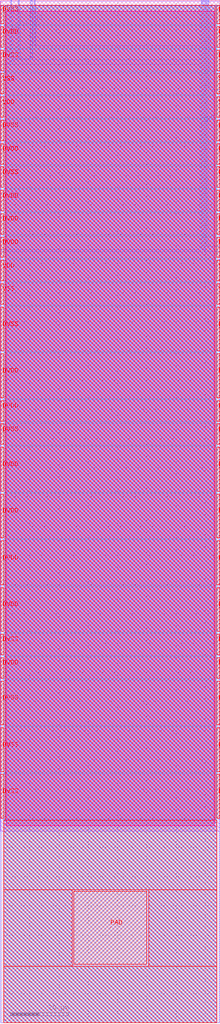
<source format=lef>
VERSION 5.7 ;
  NOWIREEXTENSIONATPIN ON ;
  DIVIDERCHAR "/" ;
  BUSBITCHARS "[]" ;
MACRO gf180mcu_fd_io__bi_24t
  CLASS PAD INOUT ;
  FOREIGN gf180mcu_fd_io__bi_24t ;
  ORIGIN 0.000 0.000 ;
  SIZE 75.000 BY 350.000 ;
  SYMMETRY X Y R90 ;
  SITE GF_IO_Site ;
  PIN A
    DIRECTION INPUT ;
    USE SIGNAL ;
    ANTENNAGATEAREA 4.200000 ;
    ANTENNADIFFAREA 1.000000 ;
    PORT
      LAYER Metal2 ;
        RECT 69.400 264.310 69.780 350.000 ;
    END
  END A
  PIN CS
    DIRECTION INPUT ;
    USE SIGNAL ;
    ANTENNAGATEAREA 3.150000 ;
    ANTENNADIFFAREA 1.000000 ;
    PORT
      LAYER Metal2 ;
        RECT 3.360 328.395 3.740 350.000 ;
    END
  END CS
  PIN DVDD
    DIRECTION INOUT ;
    USE POWER ;
    PORT
      LAYER Metal5 ;
        RECT 74.000 118.000 75.000 125.000 ;
    END
    PORT
      LAYER Metal5 ;
        RECT 74.000 182.000 75.000 197.000 ;
    END
    PORT
      LAYER Metal5 ;
        RECT 74.000 166.000 75.000 181.000 ;
    END
    PORT
      LAYER Metal5 ;
        RECT 74.000 150.000 75.000 165.000 ;
    END
    PORT
      LAYER Metal5 ;
        RECT 74.000 134.000 75.000 149.000 ;
    END
    PORT
      LAYER Metal5 ;
        RECT 74.000 214.000 75.000 229.000 ;
    END
    PORT
      LAYER Metal5 ;
        RECT 74.000 206.000 75.000 213.000 ;
    END
    PORT
      LAYER Metal5 ;
        RECT 74.000 278.000 75.000 285.000 ;
    END
    PORT
      LAYER Metal5 ;
        RECT 74.000 270.000 75.000 277.000 ;
    END
    PORT
      LAYER Metal5 ;
        RECT 74.000 262.000 75.000 269.000 ;
    END
    PORT
      LAYER Metal5 ;
        RECT 74.000 294.000 75.000 301.000 ;
    END
    PORT
      LAYER Metal5 ;
        RECT 74.000 334.000 75.000 341.000 ;
    END
    PORT
      LAYER Metal4 ;
        RECT 74.000 118.000 75.000 125.000 ;
    END
    PORT
      LAYER Metal4 ;
        RECT 74.000 182.000 75.000 197.000 ;
    END
    PORT
      LAYER Metal4 ;
        RECT 74.000 166.000 75.000 181.000 ;
    END
    PORT
      LAYER Metal4 ;
        RECT 74.000 150.000 75.000 165.000 ;
    END
    PORT
      LAYER Metal4 ;
        RECT 74.000 134.000 75.000 149.000 ;
    END
    PORT
      LAYER Metal4 ;
        RECT 74.000 214.000 75.000 229.000 ;
    END
    PORT
      LAYER Metal4 ;
        RECT 74.000 206.000 75.000 213.000 ;
    END
    PORT
      LAYER Metal4 ;
        RECT 74.000 278.000 75.000 285.000 ;
    END
    PORT
      LAYER Metal4 ;
        RECT 74.000 270.000 75.000 277.000 ;
    END
    PORT
      LAYER Metal4 ;
        RECT 74.000 262.000 75.000 269.000 ;
    END
    PORT
      LAYER Metal4 ;
        RECT 74.000 294.000 75.000 301.000 ;
    END
    PORT
      LAYER Metal4 ;
        RECT 74.000 334.000 75.000 341.000 ;
    END
    PORT
      LAYER Metal3 ;
        RECT 74.000 118.000 75.000 125.000 ;
    END
    PORT
      LAYER Metal3 ;
        RECT 74.000 182.000 75.000 197.000 ;
    END
    PORT
      LAYER Metal3 ;
        RECT 74.000 166.000 75.000 181.000 ;
    END
    PORT
      LAYER Metal3 ;
        RECT 74.000 150.000 75.000 165.000 ;
    END
    PORT
      LAYER Metal3 ;
        RECT 74.000 134.000 75.000 149.000 ;
    END
    PORT
      LAYER Metal3 ;
        RECT 74.000 214.000 75.000 229.000 ;
    END
    PORT
      LAYER Metal3 ;
        RECT 74.000 206.000 75.000 213.000 ;
    END
    PORT
      LAYER Metal3 ;
        RECT 74.000 278.000 75.000 285.000 ;
    END
    PORT
      LAYER Metal3 ;
        RECT 74.000 270.000 75.000 277.000 ;
    END
    PORT
      LAYER Metal3 ;
        RECT 74.000 262.000 75.000 269.000 ;
    END
    PORT
      LAYER Metal3 ;
        RECT 74.000 294.000 75.000 301.000 ;
    END
    PORT
      LAYER Metal3 ;
        RECT 74.000 334.000 75.000 341.000 ;
    END
    PORT
      LAYER Metal3 ;
        RECT 0.000 334.000 1.000 341.000 ;
    END
    PORT
      LAYER Metal3 ;
        RECT 0.000 294.000 1.000 301.000 ;
    END
    PORT
      LAYER Metal3 ;
        RECT 0.000 262.000 1.000 269.000 ;
    END
    PORT
      LAYER Metal3 ;
        RECT 0.000 270.000 1.000 277.000 ;
    END
    PORT
      LAYER Metal3 ;
        RECT 0.000 278.000 1.000 285.000 ;
    END
    PORT
      LAYER Metal3 ;
        RECT 0.000 206.000 1.000 213.000 ;
    END
    PORT
      LAYER Metal3 ;
        RECT 0.000 214.000 1.000 229.000 ;
    END
    PORT
      LAYER Metal3 ;
        RECT 0.000 134.000 1.000 149.000 ;
    END
    PORT
      LAYER Metal3 ;
        RECT 0.000 150.000 1.000 165.000 ;
    END
    PORT
      LAYER Metal3 ;
        RECT 0.000 166.000 1.000 181.000 ;
    END
    PORT
      LAYER Metal3 ;
        RECT 0.000 182.000 1.000 197.000 ;
    END
    PORT
      LAYER Metal4 ;
        RECT 0.000 334.000 1.000 341.000 ;
    END
    PORT
      LAYER Metal4 ;
        RECT 0.000 294.000 1.000 301.000 ;
    END
    PORT
      LAYER Metal4 ;
        RECT 0.000 262.000 1.000 269.000 ;
    END
    PORT
      LAYER Metal4 ;
        RECT 0.000 270.000 1.000 277.000 ;
    END
    PORT
      LAYER Metal4 ;
        RECT 0.000 278.000 1.000 285.000 ;
    END
    PORT
      LAYER Metal4 ;
        RECT 0.000 206.000 1.000 213.000 ;
    END
    PORT
      LAYER Metal4 ;
        RECT 0.000 214.000 1.000 229.000 ;
    END
    PORT
      LAYER Metal4 ;
        RECT 0.000 134.000 1.000 149.000 ;
    END
    PORT
      LAYER Metal4 ;
        RECT 0.000 150.000 1.000 165.000 ;
    END
    PORT
      LAYER Metal4 ;
        RECT 0.000 166.000 1.000 181.000 ;
    END
    PORT
      LAYER Metal4 ;
        RECT 0.000 182.000 1.000 197.000 ;
    END
    PORT
      LAYER Metal5 ;
        RECT 0.000 334.000 1.000 341.000 ;
    END
    PORT
      LAYER Metal5 ;
        RECT 0.000 294.000 1.000 301.000 ;
    END
    PORT
      LAYER Metal5 ;
        RECT 0.000 262.000 1.000 269.000 ;
    END
    PORT
      LAYER Metal5 ;
        RECT 0.000 270.000 1.000 277.000 ;
    END
    PORT
      LAYER Metal5 ;
        RECT 0.000 278.000 1.000 285.000 ;
    END
    PORT
      LAYER Metal5 ;
        RECT 0.000 206.000 1.000 213.000 ;
    END
    PORT
      LAYER Metal5 ;
        RECT 0.000 214.000 1.000 229.000 ;
    END
    PORT
      LAYER Metal5 ;
        RECT 0.000 134.000 1.000 149.000 ;
    END
    PORT
      LAYER Metal5 ;
        RECT 0.000 150.000 1.000 165.000 ;
    END
    PORT
      LAYER Metal5 ;
        RECT 0.000 166.000 1.000 181.000 ;
    END
    PORT
      LAYER Metal5 ;
        RECT 0.000 182.000 1.000 197.000 ;
    END
    PORT
      LAYER Metal5 ;
        RECT 0.000 118.000 1.000 125.000 ;
    END
    PORT
      LAYER Metal4 ;
        RECT 0.000 118.000 1.000 125.000 ;
    END
    PORT
      LAYER Metal3 ;
        RECT 0.000 118.000 1.000 125.000 ;
    END
  END DVDD
  PIN DVSS
    DIRECTION INOUT ;
    USE GROUND ;
    PORT
      LAYER Metal5 ;
        RECT 74.000 102.000 75.000 117.000 ;
    END
    PORT
      LAYER Metal5 ;
        RECT 74.000 86.000 75.000 101.000 ;
    END
    PORT
      LAYER Metal5 ;
        RECT 74.000 70.000 75.000 85.000 ;
    END
    PORT
      LAYER Metal5 ;
        RECT 74.000 126.000 75.000 133.000 ;
    END
    PORT
      LAYER Metal5 ;
        RECT 74.000 198.000 75.000 205.000 ;
    END
    PORT
      LAYER Metal5 ;
        RECT 74.000 230.000 75.000 245.000 ;
    END
    PORT
      LAYER Metal5 ;
        RECT 74.000 286.000 75.000 293.000 ;
    END
    PORT
      LAYER Metal5 ;
        RECT 74.000 302.000 75.000 309.000 ;
    END
    PORT
      LAYER Metal5 ;
        RECT 74.000 326.000 75.000 333.000 ;
    END
    PORT
      LAYER Metal5 ;
        RECT 74.000 342.000 75.000 348.390 ;
    END
    PORT
      LAYER Metal4 ;
        RECT 74.000 102.000 75.000 117.000 ;
    END
    PORT
      LAYER Metal4 ;
        RECT 74.000 86.000 75.000 101.000 ;
    END
    PORT
      LAYER Metal4 ;
        RECT 74.000 70.000 75.000 85.000 ;
    END
    PORT
      LAYER Metal4 ;
        RECT 74.000 126.000 75.000 133.000 ;
    END
    PORT
      LAYER Metal4 ;
        RECT 74.000 198.000 75.000 205.000 ;
    END
    PORT
      LAYER Metal4 ;
        RECT 74.000 230.000 75.000 245.000 ;
    END
    PORT
      LAYER Metal4 ;
        RECT 74.000 286.000 75.000 293.000 ;
    END
    PORT
      LAYER Metal4 ;
        RECT 74.000 302.000 75.000 309.000 ;
    END
    PORT
      LAYER Metal4 ;
        RECT 74.000 326.000 75.000 333.000 ;
    END
    PORT
      LAYER Metal4 ;
        RECT 74.000 342.000 75.000 348.390 ;
    END
    PORT
      LAYER Metal3 ;
        RECT 74.000 102.000 75.000 117.000 ;
    END
    PORT
      LAYER Metal3 ;
        RECT 74.000 86.000 75.000 101.000 ;
    END
    PORT
      LAYER Metal3 ;
        RECT 74.000 70.000 75.000 85.000 ;
    END
    PORT
      LAYER Metal3 ;
        RECT 74.000 126.000 75.000 133.000 ;
    END
    PORT
      LAYER Metal3 ;
        RECT 74.000 198.000 75.000 205.000 ;
    END
    PORT
      LAYER Metal3 ;
        RECT 74.000 230.000 75.000 245.000 ;
    END
    PORT
      LAYER Metal3 ;
        RECT 74.000 286.000 75.000 293.000 ;
    END
    PORT
      LAYER Metal3 ;
        RECT 74.000 302.000 75.000 309.000 ;
    END
    PORT
      LAYER Metal3 ;
        RECT 74.000 326.000 75.000 333.000 ;
    END
    PORT
      LAYER Metal3 ;
        RECT 74.000 342.000 75.000 348.390 ;
    END
    PORT
      LAYER Metal3 ;
        RECT 0.000 342.000 1.000 348.390 ;
    END
    PORT
      LAYER Metal3 ;
        RECT 0.000 326.000 1.000 333.000 ;
    END
    PORT
      LAYER Metal3 ;
        RECT 0.000 302.000 1.000 309.000 ;
    END
    PORT
      LAYER Metal3 ;
        RECT 0.000 286.000 1.000 293.000 ;
    END
    PORT
      LAYER Metal3 ;
        RECT 0.000 230.000 1.000 245.000 ;
    END
    PORT
      LAYER Metal3 ;
        RECT 0.000 198.000 1.000 205.000 ;
    END
    PORT
      LAYER Metal3 ;
        RECT 0.000 126.000 1.000 133.000 ;
    END
    PORT
      LAYER Metal3 ;
        RECT 0.000 70.000 1.000 85.000 ;
    END
    PORT
      LAYER Metal3 ;
        RECT 0.000 86.000 1.000 101.000 ;
    END
    PORT
      LAYER Metal4 ;
        RECT 0.000 342.000 1.000 348.390 ;
    END
    PORT
      LAYER Metal4 ;
        RECT 0.000 326.000 1.000 333.000 ;
    END
    PORT
      LAYER Metal4 ;
        RECT 0.000 302.000 1.000 309.000 ;
    END
    PORT
      LAYER Metal4 ;
        RECT 0.000 286.000 1.000 293.000 ;
    END
    PORT
      LAYER Metal4 ;
        RECT 0.000 230.000 1.000 245.000 ;
    END
    PORT
      LAYER Metal4 ;
        RECT 0.000 198.000 1.000 205.000 ;
    END
    PORT
      LAYER Metal4 ;
        RECT 0.000 126.000 1.000 133.000 ;
    END
    PORT
      LAYER Metal4 ;
        RECT 0.000 70.000 1.000 85.000 ;
    END
    PORT
      LAYER Metal4 ;
        RECT 0.000 86.000 1.000 101.000 ;
    END
    PORT
      LAYER Metal5 ;
        RECT 0.000 342.000 1.000 348.390 ;
    END
    PORT
      LAYER Metal5 ;
        RECT 0.000 326.000 1.000 333.000 ;
    END
    PORT
      LAYER Metal5 ;
        RECT 0.000 302.000 1.000 309.000 ;
    END
    PORT
      LAYER Metal5 ;
        RECT 0.000 286.000 1.000 293.000 ;
    END
    PORT
      LAYER Metal5 ;
        RECT 0.000 230.000 1.000 245.000 ;
    END
    PORT
      LAYER Metal5 ;
        RECT 0.000 198.000 1.000 205.000 ;
    END
    PORT
      LAYER Metal5 ;
        RECT 0.000 126.000 1.000 133.000 ;
    END
    PORT
      LAYER Metal5 ;
        RECT 0.000 70.000 1.000 85.000 ;
    END
    PORT
      LAYER Metal5 ;
        RECT 0.000 86.000 1.000 101.000 ;
    END
    PORT
      LAYER Metal5 ;
        RECT 0.000 102.000 1.000 117.000 ;
    END
    PORT
      LAYER Metal4 ;
        RECT 0.000 102.000 1.000 117.000 ;
    END
    PORT
      LAYER Metal3 ;
        RECT 0.000 102.000 1.000 117.000 ;
    END
  END DVSS
  PIN IE
    DIRECTION INPUT ;
    USE SIGNAL ;
    ANTENNAGATEAREA 3.150000 ;
    ANTENNADIFFAREA 1.000000 ;
    PORT
      LAYER Metal2 ;
        RECT 11.385 334.770 11.765 350.000 ;
    END
  END IE
  PIN OE
    DIRECTION INPUT ;
    USE SIGNAL ;
    ANTENNAGATEAREA 16.799999 ;
    ANTENNADIFFAREA 7.776000 ;
    PORT
      LAYER Metal2 ;
        RECT 70.130 266.190 70.510 350.000 ;
    END
  END OE
  PIN PAD
    DIRECTION INOUT ;
    USE SIGNAL ;
    ANTENNADIFFAREA 335.279999 ;
    PORT
      LAYER Metal5 ;
        RECT 25.000 20.000 50.000 45.000 ;
    END
  END PAD
  PIN PD
    DIRECTION INPUT ;
    USE SIGNAL ;
    ANTENNAGATEAREA 10.500000 ;
    ANTENNADIFFAREA 1.000000 ;
    PORT
      LAYER Metal2 ;
        RECT 10.330 329.950 10.710 350.000 ;
    END
  END PD
  PIN PU
    DIRECTION INPUT ;
    USE SIGNAL ;
    ANTENNAGATEAREA 7.350000 ;
    ANTENNADIFFAREA 2.980000 ;
    PORT
      LAYER Metal2 ;
        RECT 5.965 330.270 6.345 350.000 ;
    END
  END PU
  PIN SL
    DIRECTION INPUT ;
    USE SIGNAL ;
    ANTENNAGATEAREA 3.150000 ;
    ANTENNADIFFAREA 1.000000 ;
    PORT
      LAYER Metal2 ;
        RECT 68.670 264.990 69.050 350.000 ;
    END
  END SL
  PIN VDD
    DIRECTION INOUT ;
    USE POWER ;
    PORT
      LAYER Metal5 ;
        RECT 74.000 254.000 75.000 261.000 ;
    END
    PORT
      LAYER Metal5 ;
        RECT 74.000 310.000 75.000 317.000 ;
    END
    PORT
      LAYER Metal4 ;
        RECT 74.000 254.000 75.000 261.000 ;
    END
    PORT
      LAYER Metal4 ;
        RECT 74.000 310.000 75.000 317.000 ;
    END
    PORT
      LAYER Metal3 ;
        RECT 74.000 254.000 75.000 261.000 ;
    END
    PORT
      LAYER Metal3 ;
        RECT 74.000 310.000 75.000 317.000 ;
    END
    PORT
      LAYER Metal3 ;
        RECT 0.000 310.000 1.000 317.000 ;
    END
    PORT
      LAYER Metal4 ;
        RECT 0.000 310.000 1.000 317.000 ;
    END
    PORT
      LAYER Metal5 ;
        RECT 0.000 310.000 1.000 317.000 ;
    END
    PORT
      LAYER Metal5 ;
        RECT 0.000 254.000 1.000 261.000 ;
    END
    PORT
      LAYER Metal4 ;
        RECT 0.000 254.000 1.000 261.000 ;
    END
    PORT
      LAYER Metal3 ;
        RECT 0.000 254.000 1.000 261.000 ;
    END
  END VDD
  PIN VSS
    DIRECTION INOUT ;
    USE GROUND ;
    PORT
      LAYER Metal5 ;
        RECT 74.000 246.000 75.000 253.000 ;
    END
    PORT
      LAYER Metal5 ;
        RECT 74.000 318.000 75.000 325.000 ;
    END
    PORT
      LAYER Metal4 ;
        RECT 74.000 246.000 75.000 253.000 ;
    END
    PORT
      LAYER Metal4 ;
        RECT 74.000 318.000 75.000 325.000 ;
    END
    PORT
      LAYER Metal3 ;
        RECT 74.000 246.000 75.000 253.000 ;
    END
    PORT
      LAYER Metal3 ;
        RECT 74.000 318.000 75.000 325.000 ;
    END
    PORT
      LAYER Metal3 ;
        RECT 0.000 318.000 1.000 325.000 ;
    END
    PORT
      LAYER Metal4 ;
        RECT 0.000 318.000 1.000 325.000 ;
    END
    PORT
      LAYER Metal5 ;
        RECT 0.000 318.000 1.000 325.000 ;
    END
    PORT
      LAYER Metal5 ;
        RECT 0.000 246.000 1.000 253.000 ;
    END
    PORT
      LAYER Metal4 ;
        RECT 0.000 246.000 1.000 253.000 ;
    END
    PORT
      LAYER Metal3 ;
        RECT 0.000 246.000 1.000 253.000 ;
    END
  END VSS
  PIN Y
    DIRECTION OUTPUT ;
    USE SIGNAL ;
    ANTENNADIFFAREA 7.800000 ;
    PORT
      LAYER Metal2 ;
        RECT 70.860 319.750 71.240 350.000 ;
    END
  END Y
  OBS
      LAYER Nwell ;
        RECT 1.820 67.490 73.180 346.385 ;
      LAYER Metal1 ;
        RECT -0.160 65.540 75.160 349.785 ;
      LAYER Metal2 ;
        RECT 0.000 328.095 3.060 348.225 ;
        RECT 4.040 329.970 5.665 348.225 ;
        RECT 6.645 329.970 10.030 348.225 ;
        RECT 4.040 329.650 10.030 329.970 ;
        RECT 11.010 334.470 11.085 348.225 ;
        RECT 12.065 334.470 68.370 348.225 ;
        RECT 11.010 329.650 68.370 334.470 ;
        RECT 4.040 328.095 68.370 329.650 ;
        RECT 0.000 264.690 68.370 328.095 ;
        RECT 71.540 319.450 75.000 348.225 ;
        RECT 70.810 265.890 75.000 319.450 ;
        RECT 0.000 264.010 69.100 264.690 ;
        RECT 70.080 264.010 75.000 265.890 ;
        RECT 0.000 0.000 75.000 264.010 ;
      LAYER Metal3 ;
        RECT 1.300 341.700 73.700 348.390 ;
        RECT 1.000 341.300 74.000 341.700 ;
        RECT 1.300 333.700 73.700 341.300 ;
        RECT 1.000 333.300 74.000 333.700 ;
        RECT 1.300 325.700 73.700 333.300 ;
        RECT 1.000 325.300 74.000 325.700 ;
        RECT 1.300 317.700 73.700 325.300 ;
        RECT 1.000 317.300 74.000 317.700 ;
        RECT 1.300 309.700 73.700 317.300 ;
        RECT 1.000 309.300 74.000 309.700 ;
        RECT 1.300 301.700 73.700 309.300 ;
        RECT 1.000 301.300 74.000 301.700 ;
        RECT 1.300 293.700 73.700 301.300 ;
        RECT 1.000 293.300 74.000 293.700 ;
        RECT 1.300 285.700 73.700 293.300 ;
        RECT 1.000 285.300 74.000 285.700 ;
        RECT 1.300 277.700 73.700 285.300 ;
        RECT 1.000 277.300 74.000 277.700 ;
        RECT 1.300 269.700 73.700 277.300 ;
        RECT 1.000 269.300 74.000 269.700 ;
        RECT 1.300 261.700 73.700 269.300 ;
        RECT 1.000 261.300 74.000 261.700 ;
        RECT 1.300 253.700 73.700 261.300 ;
        RECT 1.000 253.300 74.000 253.700 ;
        RECT 1.300 245.700 73.700 253.300 ;
        RECT 1.000 245.300 74.000 245.700 ;
        RECT 1.300 229.700 73.700 245.300 ;
        RECT 1.000 229.300 74.000 229.700 ;
        RECT 1.300 213.700 73.700 229.300 ;
        RECT 1.000 213.300 74.000 213.700 ;
        RECT 1.300 205.700 73.700 213.300 ;
        RECT 1.000 205.300 74.000 205.700 ;
        RECT 1.300 197.700 73.700 205.300 ;
        RECT 1.000 197.300 74.000 197.700 ;
        RECT 1.300 181.700 73.700 197.300 ;
        RECT 1.000 181.300 74.000 181.700 ;
        RECT 1.300 165.700 73.700 181.300 ;
        RECT 1.000 165.300 74.000 165.700 ;
        RECT 1.300 149.700 73.700 165.300 ;
        RECT 1.000 149.300 74.000 149.700 ;
        RECT 1.300 133.700 73.700 149.300 ;
        RECT 1.000 133.300 74.000 133.700 ;
        RECT 1.300 125.700 73.700 133.300 ;
        RECT 1.000 125.300 74.000 125.700 ;
        RECT 1.300 117.700 73.700 125.300 ;
        RECT 1.000 117.300 74.000 117.700 ;
        RECT 1.300 101.700 73.700 117.300 ;
        RECT 1.000 101.300 74.000 101.700 ;
        RECT 1.300 85.700 73.700 101.300 ;
        RECT 1.000 85.300 74.000 85.700 ;
        RECT 1.300 69.700 73.700 85.300 ;
        RECT 1.000 0.000 74.000 69.700 ;
      LAYER Metal4 ;
        RECT 1.300 341.700 73.700 348.390 ;
        RECT 1.000 341.300 74.000 341.700 ;
        RECT 1.300 333.700 73.700 341.300 ;
        RECT 1.000 333.300 74.000 333.700 ;
        RECT 1.300 325.700 73.700 333.300 ;
        RECT 1.000 325.300 74.000 325.700 ;
        RECT 1.300 317.700 73.700 325.300 ;
        RECT 1.000 317.300 74.000 317.700 ;
        RECT 1.300 309.700 73.700 317.300 ;
        RECT 1.000 309.300 74.000 309.700 ;
        RECT 1.300 301.700 73.700 309.300 ;
        RECT 1.000 301.300 74.000 301.700 ;
        RECT 1.300 293.700 73.700 301.300 ;
        RECT 1.000 293.300 74.000 293.700 ;
        RECT 1.300 285.700 73.700 293.300 ;
        RECT 1.000 285.300 74.000 285.700 ;
        RECT 1.300 277.700 73.700 285.300 ;
        RECT 1.000 277.300 74.000 277.700 ;
        RECT 1.300 269.700 73.700 277.300 ;
        RECT 1.000 269.300 74.000 269.700 ;
        RECT 1.300 261.700 73.700 269.300 ;
        RECT 1.000 261.300 74.000 261.700 ;
        RECT 1.300 253.700 73.700 261.300 ;
        RECT 1.000 253.300 74.000 253.700 ;
        RECT 1.300 245.700 73.700 253.300 ;
        RECT 1.000 245.300 74.000 245.700 ;
        RECT 1.300 229.700 73.700 245.300 ;
        RECT 1.000 229.300 74.000 229.700 ;
        RECT 1.300 213.700 73.700 229.300 ;
        RECT 1.000 213.300 74.000 213.700 ;
        RECT 1.300 205.700 73.700 213.300 ;
        RECT 1.000 205.300 74.000 205.700 ;
        RECT 1.300 197.700 73.700 205.300 ;
        RECT 1.000 197.300 74.000 197.700 ;
        RECT 1.300 181.700 73.700 197.300 ;
        RECT 1.000 181.300 74.000 181.700 ;
        RECT 1.300 165.700 73.700 181.300 ;
        RECT 1.000 165.300 74.000 165.700 ;
        RECT 1.300 149.700 73.700 165.300 ;
        RECT 1.000 149.300 74.000 149.700 ;
        RECT 1.300 133.700 73.700 149.300 ;
        RECT 1.000 133.300 74.000 133.700 ;
        RECT 1.300 125.700 73.700 133.300 ;
        RECT 1.000 125.300 74.000 125.700 ;
        RECT 1.300 117.700 73.700 125.300 ;
        RECT 1.000 117.300 74.000 117.700 ;
        RECT 1.300 101.700 73.700 117.300 ;
        RECT 1.000 101.300 74.000 101.700 ;
        RECT 1.300 85.700 73.700 101.300 ;
        RECT 1.000 85.300 74.000 85.700 ;
        RECT 1.300 69.700 73.700 85.300 ;
        RECT 1.000 0.000 74.000 69.700 ;
      LAYER Metal5 ;
        RECT 1.600 69.400 73.400 348.390 ;
        RECT 1.000 45.600 74.000 69.400 ;
        RECT 1.000 19.400 24.400 45.600 ;
        RECT 50.600 19.400 74.000 45.600 ;
        RECT 1.000 0.000 74.000 19.400 ;
  END
END gf180mcu_fd_io__bi_24t
END LIBRARY


</source>
